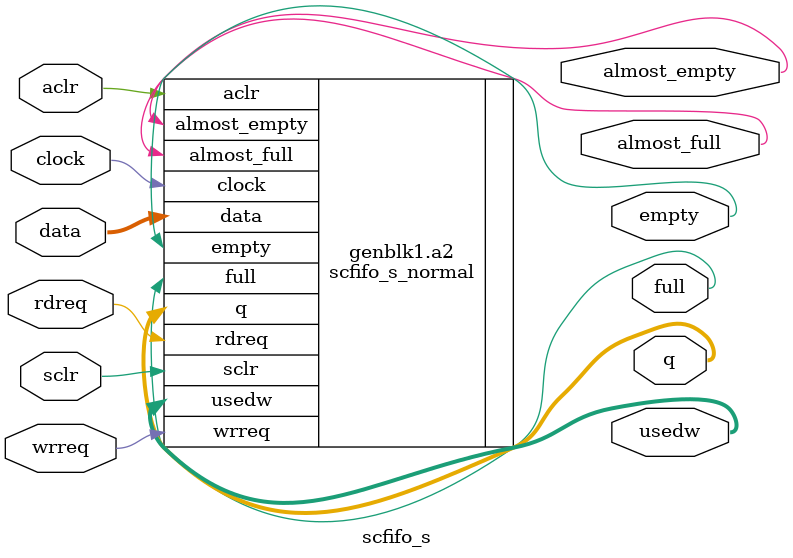
<source format=sv>



// scfifo_s is designed as a faster and smaller replacement of scfifo
// 
// Notes
// 1. The only scfifo port not supported by scfifo_s is "eccstatus".
//    All the other ports are identical to scfifo.
//
// 2. Both "normal" and "show-ahead" modes are supported. (parameter SHOW_AHEAD)
//
// 3. almost_empty and almost_full thresholds are supported 
//    See parameters ALMOST_EMPTY_VALUE and ALMOST_FULL_VALUE
//
// 4. scfifo_s is MLAB-based and is able to store up to 31 words.
//
// 5. All MLABs are fully registered in every mode.
//    This is different from scfifo which has unregistered MLAB in show-ahead mode

module scfifo_s #(
    parameter LOG_DEPTH      = 5,
    parameter WIDTH          = 20,
    parameter ALMOST_FULL_VALUE = 30,
    parameter ALMOST_EMPTY_VALUE = 2,
    parameter SHOW_AHEAD = 0, // Show-ahead mode is using a lot of area. Use Normal mode if possible  
    parameter FAMILY = "S10", // Agilex, S10, or Other
    parameter OVERFLOW_CHECKING = 0, // Overflow checking circuitry is using extra area. Use only if you need it
    parameter UNDERFLOW_CHECKING = 0 // Underflow checking circuitry is using extra area. Use only if you need it
)(
    input clock,
    input aclr,
    input sclr,
    input [WIDTH-1:0] data,
    input wrreq,
    input rdreq,
    output [WIDTH-1:0] q,
    output [LOG_DEPTH-1:0] usedw,
    output empty,
    output full,
    output almost_empty,
    output almost_full    
);

initial begin
    if ((LOG_DEPTH >= 6) || (LOG_DEPTH <= 2))
        $error("Invalid parameter value: LOG_DEPTH = %0d; valid range is 2 < LOG_DEPTH < 6", LOG_DEPTH);

    if (WIDTH <= 0)
        $error("Invalid parameter value: WIDTH = %0d; it must be greater than 0", WIDTH);
        
    if ((ALMOST_FULL_VALUE >= 2 ** LOG_DEPTH - 1) || (ALMOST_FULL_VALUE < 4))
        $error("Incorrect parameter value: ALMOST_FULL_VALUE = %0d; valid range is 3 < ALMOST_FULL_VALUE < %0d", 
            ALMOST_FULL_VALUE, 2 ** LOG_DEPTH - 1);     

    if ((ALMOST_EMPTY_VALUE >= 2 ** LOG_DEPTH - 4) || (ALMOST_EMPTY_VALUE < 1))
        $error("Incorrect parameter value: ALMOST_EMPTY_VALUE = %0d; valid range is 0 < ALMOST_EMPTY_VALUE < %0d", ALMOST_EMPTY_VALUE, 2 ** LOG_DEPTH - 4);  

    if ((FAMILY != "Agilex") && (FAMILY != "S10") && (FAMILY != "Other"))
        $error("Incorrect parameter value: FAMILY = %s; must be one of {Agilex, S10, Other}", FAMILY);  
end

generate
if (SHOW_AHEAD == 1)
    scfifo_s_showahead #(
        .LOG_DEPTH(LOG_DEPTH),
        .WIDTH(WIDTH),
        .ALMOST_FULL_VALUE(ALMOST_FULL_VALUE),
        .ALMOST_EMPTY_VALUE(ALMOST_EMPTY_VALUE),
        .FAMILY(FAMILY),
        .OVERFLOW_CHECKING(OVERFLOW_CHECKING),
        .UNDERFLOW_CHECKING(UNDERFLOW_CHECKING)
    ) a1 (
        .clock(clock),
        .aclr(aclr),
        .sclr(sclr),
        .data(data),
        .wrreq(wrreq),
        .rdreq(rdreq),
        .q(q),
        .usedw(usedw),
        .empty(empty),
        .full(full),
        .almost_empty(almost_empty),
        .almost_full(almost_full)    
    );
else
    scfifo_s_normal #(
        .LOG_DEPTH(LOG_DEPTH),
        .WIDTH(WIDTH),
        .ALMOST_FULL_VALUE(ALMOST_FULL_VALUE),
        .ALMOST_EMPTY_VALUE(ALMOST_EMPTY_VALUE),
        .FAMILY(FAMILY),
        .OVERFLOW_CHECKING(OVERFLOW_CHECKING),
        .UNDERFLOW_CHECKING(UNDERFLOW_CHECKING)
    ) a2 (
        .clock(clock),
        .aclr(aclr),
        .sclr(sclr),
        .data(data),
        .wrreq(wrreq),
        .rdreq(rdreq),
        .q(q),
        .usedw(usedw),
        .empty(empty),
        .full(full),
        .almost_empty(almost_empty),
        .almost_full(almost_full)    
    );
endgenerate
endmodule
`ifdef QUESTA_INTEL_OEM
`pragma questa_oem_00 "cYUAutiPbJ9eAYHEYZJ4jDklBHhf9bnIlALIdgBLX6Jaa49G8B73gYgUIrgIPVNXKXW2JgLn+sUuCX3vFHQmNVHazCLl+Q3pYnSSyJ+VeEBUuTsCYk4WyHVUoFLNJh3h9mwfe0M7KTTBH7CKYKU8pXSi+wdSpKKjUH4aaEHr62cgHz51pqktBtVw2k+aF+gJpGfaDgdM8hrvt8QCIwb7/6NZZ+I55UQUfSDFG/PYg6m8R+ZB99QXOmcsy7A0UesIZ9ri8bii1lanogcIqmr7M6ywx4OiNOdOp/vnY++xIcm4iyYjijtg9ZtodkF4cfXs3QwBurNJZPKogR43N4S2HJBu9D5NeCfOPuqDBd2idfZkdyxIuF/u61xf5wOwMUnkKkTZq/Bzs/HKY77Qxi1ueoizk1yVCAF0Cn5zFl7dxgd4K1cnKv9tFBNF+1U4J58dqI1vDBLyNBR47mLROG92r96+2Eqq7MoiVkOyYxQhd9/41Ysxe3/wEA2BfhNjBdIbR/jnMhAisehpgskpa1ExH9pWoKbYNAD33H908PaBN7pUsNPd/MNLg5D6gWURsogQ7bH0Gg9motW8gxF6EdJv1tFRX3iooV7VDRMJZ2jJq+/4cdJR5fEy6MVEdFAhg5707j3bOFnVyEMPYL8PSKqKSGbt3+AzxNkUgn90rvriZT3s6SRmUH91LBNCsymcrodVY2YVQbLOyMnu29s8ChWsXZxJttzZtNhr2oBfoyyE3Vmmu8vWO+wS2ADcty7iHNC2kxey+k5m9hfb2JD+OSt87QbQUTqw/4v2xeLzA2VHjCXmS5ppZw31syk4HgZFl/lVNsUB2Wd29U8Nm2d+pKc/zM7DaM/hkvOJ22L4xksR+LnzYsuSPcXTTe1wz/Hqnld4A7mNTqrkEiSldeFYXJKR2UxkdUgq9Yac3u1pmybVK6WgIzqCYG/ja6RDSCD0CnbbA6SJ3CiIKZWzV3PdTBPU8wQYb1se3gR2Dvx1x2cxE5j20/spN3rM2rSTz0queSEg"
`endif
</source>
